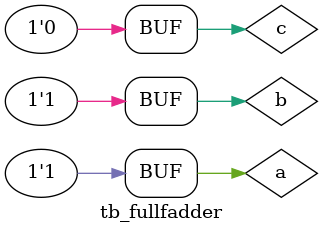
<source format=v>
`timescale 1ns / 1ps


module tb_fullfadder( );
wire sum,cout;
reg a,b,c;
full_adder utt1(a,b,c,sum,cout);
initial begin 
#10 a=0;b=0;c=0 ; 
#10 a=1;b=1 ; c=1;
#10 a=1;b=1 ; c=0;
end

endmodule

</source>
